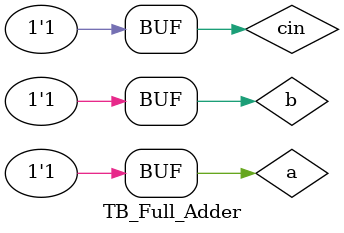
<source format=v>
`timescale 1ns / 1ps


module TB_Full_Adder();
 reg a;
 reg b;
 reg cin;
 wire sum;
 wire cout;
 Full_Adder_Data d0(.a(a),.b(b),.cin(cin),.sum(sum),.cout(cout));
 Full_Adder_Behavirol d1(.a(a),.b(b),.cin(cin),.sum(sum),.cout(cout));
 Full_Adder_Gate d2(.a(a),.b(b),.cin(cin),.sum(sum),.cout(cout));
 Full_Adder_using_HA d3(.a(a),.b(b),.cin(cin),.sum(sum),.cout(cout));
 Full_Adder_if_else d4(.a(a),.b(b),.cin(cin),.sum(sum),.cout(cout));
 initial begin
  a = 0; b = 0; cin = 0;
 #100; a = 0; b = 0; cin = 1;
 #100; a = 0; b = 1; cin = 0;
 #100; a = 0; b = 1; cin = 1;
 #100; a = 1; b = 0; cin = 0;
 #100; a = 1; b = 0; cin = 1;
 #100; a = 1; b = 1; cin = 0;
 #100; a = 1; b = 1; cin = 1;

 end
endmodule

</source>
